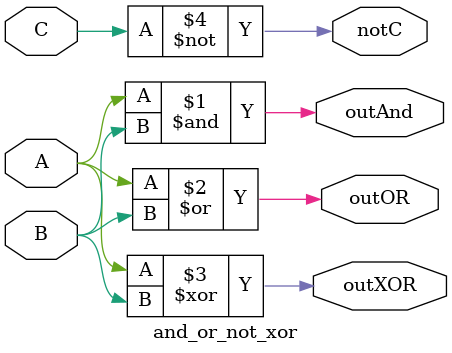
<source format=v>
`timescale 1ns / 1ps


module and_or_not_xor(
    input A,
    input B,
    input C,
    output outAnd,
    output outOR,
    output outXOR,
    output notC
    );
    
    assign outAnd = A & B;
    assign outOR = A | B;
    assign outXOR = A ^ B;
    assign notC = ~C;
    
endmodule

</source>
